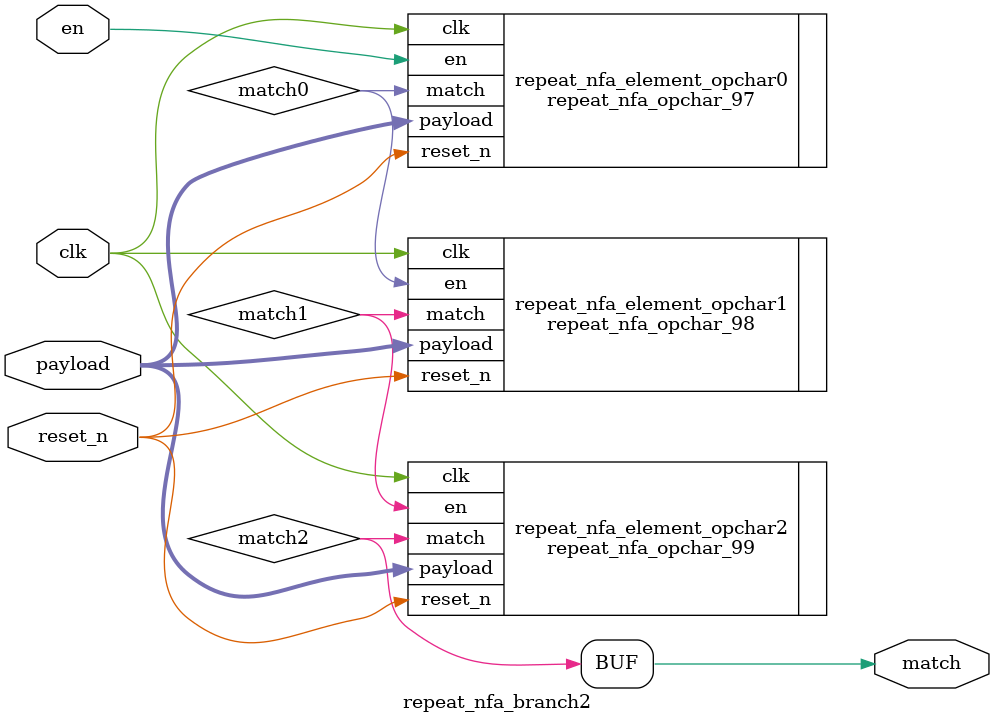
<source format=v>
module repeat_nfa_branch2 (
en,
payload,
match,
clk,
reset_n
);

input en;
input clk;
input reset_n;
input [7:0] payload;
output match;

wire match0;

repeat_nfa_opchar_97 repeat_nfa_element_opchar0(.en (en),
						.payload (payload),
						.clk (clk),
						.reset_n (reset_n),
						.match (match0)
);

wire match1;

repeat_nfa_opchar_98 repeat_nfa_element_opchar1(.en (match0),
						.payload (payload),
						.clk (clk),
						.reset_n (reset_n),
						.match (match1)
);

wire match2;

repeat_nfa_opchar_99 repeat_nfa_element_opchar2(.en (match1),
						.payload (payload),
						.clk (clk),
						.reset_n (reset_n),
						.match (match2)
);
assign match = match2;
endmodule
//--------------------------------------------------------------

</source>
